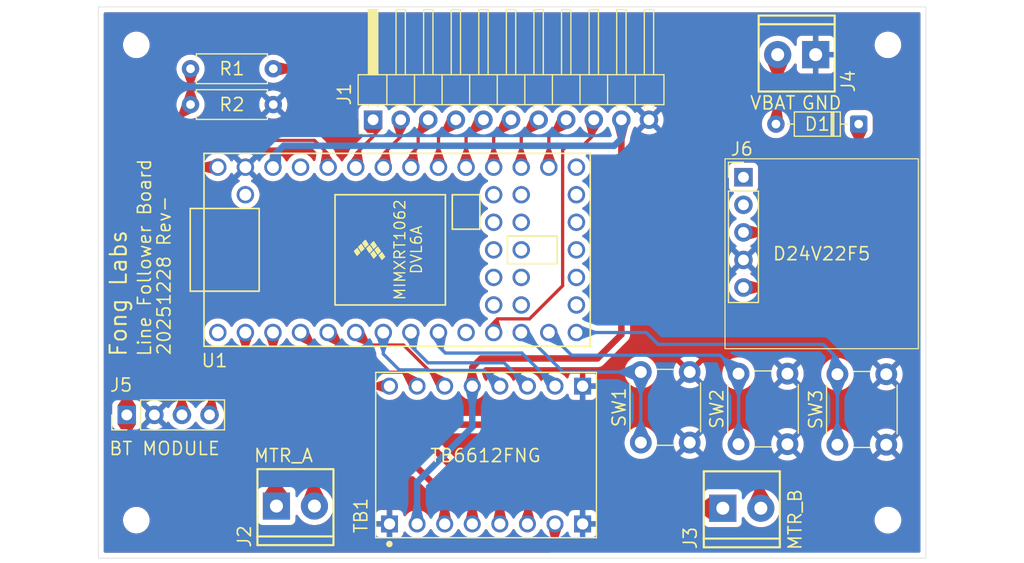
<source format=kicad_pcb>
(kicad_pcb
	(version 20241229)
	(generator "pcbnew")
	(generator_version "9.0")
	(general
		(thickness 1.6)
		(legacy_teardrops no)
	)
	(paper "A4")
	(layers
		(0 "F.Cu" signal)
		(2 "B.Cu" signal)
		(9 "F.Adhes" user "F.Adhesive")
		(11 "B.Adhes" user "B.Adhesive")
		(13 "F.Paste" user)
		(15 "B.Paste" user)
		(5 "F.SilkS" user "F.Silkscreen")
		(7 "B.SilkS" user "B.Silkscreen")
		(1 "F.Mask" user)
		(3 "B.Mask" user)
		(17 "Dwgs.User" user "User.Drawings")
		(19 "Cmts.User" user "User.Comments")
		(21 "Eco1.User" user "User.Eco1")
		(23 "Eco2.User" user "User.Eco2")
		(25 "Edge.Cuts" user)
		(27 "Margin" user)
		(31 "F.CrtYd" user "F.Courtyard")
		(29 "B.CrtYd" user "B.Courtyard")
		(35 "F.Fab" user)
		(33 "B.Fab" user)
		(39 "User.1" user)
		(41 "User.2" user)
		(43 "User.3" user)
		(45 "User.4" user)
	)
	(setup
		(stackup
			(layer "F.SilkS"
				(type "Top Silk Screen")
			)
			(layer "F.Paste"
				(type "Top Solder Paste")
			)
			(layer "F.Mask"
				(type "Top Solder Mask")
				(thickness 0.01)
			)
			(layer "F.Cu"
				(type "copper")
				(thickness 0.035)
			)
			(layer "dielectric 1"
				(type "core")
				(thickness 1.51)
				(material "FR4")
				(epsilon_r 4.5)
				(loss_tangent 0.02)
			)
			(layer "B.Cu"
				(type "copper")
				(thickness 0.035)
			)
			(layer "B.Mask"
				(type "Bottom Solder Mask")
				(thickness 0.01)
			)
			(layer "B.Paste"
				(type "Bottom Solder Paste")
			)
			(layer "B.SilkS"
				(type "Bottom Silk Screen")
			)
			(copper_finish "None")
			(dielectric_constraints no)
		)
		(pad_to_mask_clearance 0.0508)
		(allow_soldermask_bridges_in_footprints no)
		(tenting front back)
		(pcbplotparams
			(layerselection 0x00000000_00000000_55555555_5755f5ff)
			(plot_on_all_layers_selection 0x00000000_00000000_00000000_00000000)
			(disableapertmacros no)
			(usegerberextensions no)
			(usegerberattributes yes)
			(usegerberadvancedattributes yes)
			(creategerberjobfile yes)
			(dashed_line_dash_ratio 12.000000)
			(dashed_line_gap_ratio 3.000000)
			(svgprecision 4)
			(plotframeref no)
			(mode 1)
			(useauxorigin no)
			(hpglpennumber 1)
			(hpglpenspeed 20)
			(hpglpendiameter 15.000000)
			(pdf_front_fp_property_popups yes)
			(pdf_back_fp_property_popups yes)
			(pdf_metadata yes)
			(pdf_single_document no)
			(dxfpolygonmode yes)
			(dxfimperialunits yes)
			(dxfusepcbnewfont yes)
			(psnegative no)
			(psa4output no)
			(plot_black_and_white yes)
			(sketchpadsonfab no)
			(plotpadnumbers no)
			(hidednponfab no)
			(sketchdnponfab yes)
			(crossoutdnponfab yes)
			(subtractmaskfromsilk no)
			(outputformat 1)
			(mirror no)
			(drillshape 1)
			(scaleselection 1)
			(outputdirectory "")
		)
	)
	(net 0 "")
	(net 1 "+BATT")
	(net 2 "Net-(D1-A)")
	(net 3 "/SEN8")
	(net 4 "GND")
	(net 5 "/SEN_CTRL")
	(net 6 "/SEN2")
	(net 7 "/SEN5")
	(net 8 "+3.3V")
	(net 9 "/SEN4")
	(net 10 "/SEN1")
	(net 11 "/SEN7")
	(net 12 "/SEN3")
	(net 13 "/SEN6")
	(net 14 "Net-(J2-Pin_1)")
	(net 15 "Net-(J2-Pin_2)")
	(net 16 "Net-(J3-Pin_1)")
	(net 17 "Net-(J3-Pin_2)")
	(net 18 "/BT_TX")
	(net 19 "/BT_RX")
	(net 20 "+5V")
	(net 21 "unconnected-(J6-Pin_1-Pad1)")
	(net 22 "unconnected-(J6-Pin_2-Pad2)")
	(net 23 "Net-(U1-22_A8_CTX1)")
	(net 24 "/BUT1")
	(net 25 "/BUT2")
	(net 26 "/BUT3")
	(net 27 "/PWMB")
	(net 28 "/PWMA")
	(net 29 "/BIN2")
	(net 30 "/BIN1")
	(net 31 "/AIN2")
	(net 32 "/AIN1")
	(net 33 "unconnected-(U1-GND-Pad1)")
	(net 34 "unconnected-(U1-PROGRAM-Pad18)")
	(net 35 "unconnected-(U1-ON_OFF-Pad19)")
	(net 36 "unconnected-(U1-VUSB-Pad34)")
	(net 37 "unconnected-(U1-3V3-Pad16)")
	(net 38 "unconnected-(U1-8_TX2_IN1-Pad10)")
	(net 39 "unconnected-(U1-31_CTX3-Pad42)")
	(net 40 "unconnected-(U1-28_RX7-Pad39)")
	(net 41 "unconnected-(U1-30_CRX3-Pad41)")
	(net 42 "unconnected-(U1-29_TX7-Pad40)")
	(net 43 "unconnected-(U1-24_A10_TX6_SCL2-Pad35)")
	(net 44 "unconnected-(U1-23_A9_CRX1_MCLK1-Pad30)")
	(net 45 "unconnected-(U1-GND-Pad17)")
	(net 46 "unconnected-(U1-VBAT-Pad15)")
	(net 47 "unconnected-(U1-25_A11_RX6_SDA2-Pad36)")
	(net 48 "unconnected-(U1-13_SCK_CRX1_LED-Pad20)")
	(net 49 "unconnected-(U1-26_A12_MOSI1-Pad37)")
	(net 50 "unconnected-(U1-27_A13_SCK1-Pad38)")
	(net 51 "unconnected-(U1-33_MCLK2-Pad44)")
	(net 52 "unconnected-(U1-32_OUT1B-Pad43)")
	(footprint "Button_Switch_THT:SW_PUSH_6mm_H4.3mm" (layer "F.Cu") (at 180.95 111.15 90))
	(footprint "PCM_SparkFun-Connector:ScrewTerminal_1x02_P3.5mm_Horizontal_Black" (layer "F.Cu") (at 178.95 75.2 180))
	(footprint "MountingHole:MountingHole_2.2mm_M2_DIN965" (layer "F.Cu") (at 116.4 118.1))
	(footprint "teensy.pretty-master:Teensy40" (layer "F.Cu") (at 140.41 93.19))
	(footprint "Resistor_THT:R_Axial_DIN0207_L6.3mm_D2.5mm_P7.62mm_Horizontal" (layer "F.Cu") (at 121.39 79.8))
	(footprint "Connector_PinHeader_2.54mm:PinHeader_1x05_P2.54mm_Vertical" (layer "F.Cu") (at 172.3 86.5))
	(footprint "Connector_PinHeader_2.54mm:PinHeader_1x04_P2.54mm_Vertical" (layer "F.Cu") (at 115.52 108.4 90))
	(footprint "Diode_THT:D_DO-35_SOD27_P7.62mm_Horizontal" (layer "F.Cu") (at 182.91 81.6 180))
	(footprint "MountingHole:MountingHole_2.2mm_M2_DIN965" (layer "F.Cu") (at 116.4 74.3))
	(footprint "MountingHole:MountingHole_2.2mm_M2_DIN965" (layer "F.Cu") (at 185.6 74.3))
	(footprint "MountingHole:MountingHole_2.2mm_M2_DIN965" (layer "F.Cu") (at 185.6 118.1))
	(footprint "Button_Switch_THT:SW_PUSH_6mm_H4.3mm" (layer "F.Cu") (at 171.85 111.1 90))
	(footprint "POLOLU-713:SHIELD_POLOLU-713" (layer "F.Cu") (at 148.6 112.0975 90))
	(footprint "PCM_SparkFun-Connector:ScrewTerminal_1x02_P3.5mm_Horizontal_Black" (layer "F.Cu") (at 170.4 117))
	(footprint "Button_Switch_THT:SW_PUSH_6mm_H4.3mm" (layer "F.Cu") (at 162.85 110.95 90))
	(footprint "Connector_PinHeader_2.54mm:PinHeader_1x11_P2.54mm_Horizontal" (layer "F.Cu") (at 138.2 81.2 90))
	(footprint "PCM_SparkFun-Connector:ScrewTerminal_1x02_P3.5mm_Horizontal_Black" (layer "F.Cu") (at 129.3 116.8))
	(footprint "Resistor_THT:R_Axial_DIN0207_L6.3mm_D2.5mm_P7.62mm_Horizontal" (layer "F.Cu") (at 129.01 76.5 180))
	(gr_rect
		(start 170.6 84.8)
		(end 188.4 102.3)
		(stroke
			(width 0.1)
			(type default)
		)
		(fill no)
		(layer "F.SilkS")
		(uuid "bebee192-03a8-4ff6-b778-61332281b24e")
	)
	(gr_rect
		(start 112.9 70.8)
		(end 189.1 121.6)
		(stroke
			(width 0.05)
			(type solid)
		)
		(fill no)
		(layer "Edge.Cuts")
		(uuid "f830f16b-0a68-4762-90cc-19da760da4bf")
	)
	(gr_rect
		(start 170.6 84.8)
		(end 188.4 102.3)
		(stroke
			(width 0.1)
			(type default)
		)
		(fill no)
		(layer "User.1")
		(uuid "266aa48c-c57c-4d7c-b94a-1019423a125b")
	)
	(gr_text "20251228 Rev-"
		(at 118.95 95.55 90)
		(layer "F.SilkS")
		(uuid "0556dad1-119f-48e0-8e83-bf94a1ea7538")
		(effects
			(font
				(size 1.2 1.2)
				(thickness 0.15)
			)
		)
	)
	(gr_text "Line Follower Board"
		(at 117.15 93.9 90)
		(layer "F.SilkS")
		(uuid "2544f1e7-e375-4af5-a664-a635b3b68015")
		(effects
			(font
				(size 1.2 1.2)
				(thickness 0.15)
			)
		)
	)
	(gr_text "GND"
		(at 179.5 79.65 0)
		(layer "F.SilkS")
		(uuid "327a48b7-6f99-4c1e-b2b0-ea94d66c8ec8")
		(effects
			(font
				(size 1.2 1.2)
				(thickness 0.15)
			)
		)
	)
	(gr_text "TB6612FNG"
		(at 148.55 112.15 0)
		(layer "F.SilkS")
		(uuid "4265275f-9408-414a-83c5-7e52aa4d67ef")
		(effects
			(font
				(size 1.2 1.2)
				(thickness 0.15)
			)
		)
	)
	(gr_text "J4"
		(at 181.95 77.65 90)
		(layer "F.SilkS")
		(uuid "4ebb0f31-f545-41f6-aceb-84ded54ab7ed")
		(effects
			(font
				(size 1.2 1.2)
				(thickness 0.15)
			)
		)
	)
	(gr_text "J3"
		(at 167.4 119.75 90)
		(layer "F.SilkS")
		(uuid "6fdd5ec5-b6fd-408e-ab21-2b372ad2f0d8")
		(effects
			(font
				(size 1.2 1.2)
				(thickness 0.15)
			)
		)
	)
	(gr_text "VBAT"
		(at 175 79.65 0)
		(layer "F.SilkS")
		(uuid "72d10ecd-a85b-4b23-85f9-e662d3a9a08c")
		(effects
			(font
				(size 1.2 1.2)
				(thickness 0.15)
			)
		)
	)
	(gr_text "Fong Labs"
		(at 114.75 97.2 90)
		(layer "F.SilkS")
		(uuid "8c6f1403-4bce-4874-ae64-a29357c270b5")
		(effects
			(font
				(size 1.5 1.5)
				(thickness 0.1875)
			)
		)
	)
	(gr_text "D24V22F5"
		(at 179.5 93.55 0)
		(layer "F.SilkS")
		(uuid "8e93a88e-6a0d-43d2-b563-ff59a3756d41")
		(effects
			(font
				(size 1.2 1.2)
				(thickness 0.15)
			)
		)
	)
	(gr_text "BT MODULE"
		(at 119 111.5 0)
		(layer "F.SilkS")
		(uuid "de4c94d3-6aa7-430e-a603-6dfbe785a319")
		(effects
			(font
				(size 1.2 1.2)
				(thickness 0.15)
			)
		)
	)
	(gr_text "J2"
		(at 126.35 119.6 90)
		(layer "F.SilkS")
		(uuid "f1091fed-2494-4471-9f75-dab15a2bf235")
		(effects
			(font
				(size 1.2 1.2)
				(thickness 0.15)
			)
		)
	)
	(gr_text "MTR_B"
		(at 177.05 118.05 90)
		(layer "F.SilkS")
		(uuid "f24e0e2a-2a36-47bc-aa67-03db6923d621")
		(effects
			(font
				(size 1.2 1.2)
				(thickness 0.15)
			)
		)
	)
	(gr_text "MTR_A"
		(at 129.95 112.15 0)
		(layer "F.SilkS")
		(uuid "ff92e568-182c-4f46-814b-3fdeb8bfaa19")
		(effects
			(font
				(size 1.2 1.2)
				(thickness 0.15)
			)
		)
	)
	(segment
		(start 175.15 84.9)
		(end 182.91 84.9)
		(width 0.6)
		(layer "F.Cu")
		(net 1)
		(uuid "047d3969-e539-473d-a73f-f4cc7de5d94d")
	)
	(segment
		(start 154.95 120.2)
		(end 155.45 120.7)
		(width 0.6)
		(layer "F.Cu")
		(net 1)
		(uuid "0b640085-c793-43fb-9cb5-2fd46c0c7bec")
	)
	(segment
		(start 186.45 113.95)
		(end 187.65 112.75)
		(width 0.6)
		(layer "F.Cu")
		(net 1)
		(uuid "136b5a2d-c186-48de-a400-ff51d3c7d0f2")
	)
	(segment
		(start 187.65 101.717214)
		(end 177.512786 91.58)
		(width 0.6)
		(layer "F.Cu")
		(net 1)
		(uuid "2b879ce4-4749-49c6-8a20-ca3ad9782463")
	)
	(segment
		(start 154.95 118.4475)
		(end 154.95 120.2)
		(width 0.6)
		(layer "F.Cu")
		(net 1)
		(uuid "3e778584-0b82-44b6-b1a2-7cd062572cf2")
	)
	(segment
		(start 187.65 112.75)
		(end 187.65 101.717214)
		(width 0.6)
		(layer "F.Cu")
		(net 1)
		(uuid "5c23134e-ce41-411b-8a2f-0c3a15a6e493")
	)
	(segment
		(start 182.91 84.9)
		(end 182.91 86.19)
		(width 0.6)
		(layer "F.Cu")
		(net 1)
		(uuid "71794ba0-37ab-46a3-bc05-6300ce83023b")
	)
	(segment
		(start 155.45 120.7)
		(end 177.65 120.7)
		(width 0.6)
		(layer "F.Cu")
		(net 1)
		(uuid "757283c2-7575-4687-b96e-a9dba57149b9")
	)
	(segment
		(start 177.65 120.7)
		(end 184.4 113.95)
		(width 0.6)
		(layer "F.Cu")
		(net 1)
		(uuid "7f1a19a2-1eba-401a-b12a-b0891a9c29b2")
	)
	(segment
		(start 182.91 86.19)
		(end 177.52 91.58)
		(width 0.6)
		(layer "F.Cu")
		(net 1)
		(uuid "8bcfffb0-e4d0-42eb-ac2a-a8c766a50976")
	)
	(segment
		(start 184.4 113.95)
		(end 186.45 113.95)
		(width 0.6)
		(layer "F.Cu")
		(net 1)
		(uuid "a44b1f60-6d0f-4cd4-8981-be5adac320a4")
	)
	(segment
		(start 166.75 76.5)
		(end 175.15 84.9)
		(width 0.6)
		(layer "F.Cu")
		(net 1)
		(uuid "a9a09647-d5f1-42b3-80a8-9f17919c78ce")
	)
	(segment
		(start 182.91 81.6)
		(end 182.91 84.9)
		(width 0.6)
		(layer "F.Cu")
		(net 1)
		(uuid "ad0dc147-2b1b-4aa4-8f7f-ab08094e845d")
	)
	(segment
		(start 129.01 76.5)
		(end 166.75 76.5)
		(width 0.6)
		(layer "F.Cu")
		(net 1)
		(uuid "d10f8cf5-f304-4d2c-9286-e23c04fec072")
	)
	(segment
		(start 177.512786 91.58)
		(end 172.3 91.58)
		(width 0.6)
		(layer "F.Cu")
		(net 1)
		(uuid "d37a75a1-034e-4aec-996e-5a7f455f8303")
	)
	(segment
		(start 175.45 75.2)
		(end 175.45 81.44)
		(width 0.6)
		(layer "F.Cu")
		(net 2)
		(uuid "7b7dea26-fb5a-4123-899e-722f5784bdd6")
	)
	(segment
		(start 175.45 81.44)
		(end 175.29 81.6)
		(width 0.6)
		(layer "F.Cu")
		(net 2)
		(uuid "ca76ed0d-662b-4e02-949a-3b3e48d87a7c")
	)
	(segment
		(start 136.6 84.35)
		(end 138.2 82.75)
		(width 0.3)
		(layer "F.Cu")
		(net 3)
		(uuid "34d604b7-78b1-4e7f-bac6-c57d8500576f")
	)
	(segment
		(start 138.2 82.75)
		(end 138.2 81.2)
		(width 0.3)
		(layer "F.Cu")
		(net 3)
		(uuid "92b3f068-0397-49eb-8156-069353233486")
	)
	(segment
		(start 136.6 85.57)
		(end 136.6 84.35)
		(width 0.3)
		(layer "F.Cu")
		(net 3)
		(uuid "cc63d054-b739-4d13-9b10-48dfa639c1fe")
	)
	(segment
		(start 156.05 83.6)
		(end 155.65 84)
		(width 0.3)
		(layer "F.Cu")
		(net 5)
		(uuid "08127590-7edf-48d7-b677-765dd1518f1d")
	)
	(segment
		(start 149.65 99.55)
		(end 149.3 99.9)
		(width 0.3)
		(layer "F.Cu")
		(net 5)
		(uuid "64caec2f-535a-4ef4-9c36-dbed15bae9c7")
	)
	(segment
		(start 157.5 83.6)
		(end 156.05 83.6)
		(width 0.3)
		(layer "F.Cu")
		(net 5)
		(uuid "863537ad-fa87-4a19-aeaa-5f3bc8849e31")
	)
	(segment
		(start 155.65 96.5)
		(end 152.6 99.55)
		(width 0.3)
		(layer "F.Cu")
		(net 5)
		(uuid "97e8734d-171a-4d44-bf75-aec10a01877b")
	)
	(segment
		(start 158.52 81.2)
		(end 158.52 82.58)
		(width 0.3)
		(layer "F.Cu")
		(net 5)
		(uuid "b88039f0-197b-47f8-98ee-813a611f4bc4")
	)
	(segment
		(start 149.3 99.9)
		(end 149.3 100.81)
		(width 0.3)
		(layer "F.Cu")
		(net 5)
		(uuid "c944c45b-8c0a-4cfe-b602-a6db0d8a069c")
	)
	(segment
		(start 155.65 84)
		(end 155.65 96.5)
		(width 0.3)
		(layer "F.Cu")
		(net 5)
		(uuid "d7bad3d9-03f6-4835-b547-fc95ec422fb1")
	)
	(segment
		(start 152.6 99.55)
		(end 149.65 99.55)
		(width 0.3)
		(layer "F.Cu")
		(net 5)
		(uuid "d9397794-de78-44b4-bd18-c22aaa6852b5")
	)
	(segment
		(start 158.52 82.58)
		(end 157.5 83.6)
		(width 0.3)
		(layer "F.Cu")
		(net 5)
		(uuid "ddc3d202-62b7-409b-bc5e-10dd3f306e37")
	)
	(segment
		(start 151.84 82.8)
		(end 153.44 81.2)
		(width 0.3)
		(layer "F.Cu")
		(net 6)
		(uuid "8c333a24-2ebf-41d6-9202-b75d8721470b")
	)
	(segment
		(start 151.84 85.57)
		(end 151.84 82.8)
		(width 0.3)
		(layer "F.Cu")
		(net 6)
		(uuid "cc2facce-6bd6-4aa9-ae54-d74a63438f92")
	)
	(segment
		(start 144.22 85.57)
		(end 144.22 82.8)
		(width 0.3)
		(layer "F.Cu")
		(net 7)
		(uuid "a84d3205-009d-40a5-9e37-991952a0be93")
	)
	(segment
		(start 144.22 82.8)
		(end 145.82 81.2)
		(width 0.3)
		(layer "F.Cu")
		(net 7)
		(uuid "f40b39b3-2c86-450c-b3d2-09e4e534a3d5")
	)
	(segment
		(start 147.33 105.7475)
		(end 147.33 104.02)
		(width 0.6)
		(layer "F.Cu")
		(net 8)
		(uuid "574c6588-0c16-4cae-8627-41d56ed91f3b")
	)
	(segment
		(start 147.33 104.02)
		(end 148.15 103.2)
		(width 0.6)
		(layer "F.Cu")
		(net 8)
		(uuid "8cbd0034-950d-4217-bf3a-d77da4db1cc9")
	)
	(segment
		(start 148.15 103.2)
		(end 158.85 103.2)
		(width 0.6)
		(layer "F.Cu")
		(net 8)
		(uuid "f2c640ed-cd40-4dc0-b691-33a64c3c4b21")
	)
	(segment
		(start 158.85 103.2)
		(end 161.06 100.99)
		(width 0.6)
		(layer "F.Cu")
		(net 8)
		(uuid "f683c3ef-2c92-486d-99a8-33f4f5496a6b")
	)
	(segment
		(start 161.06 100.99)
		(end 161.06 81.2)
		(width 0.6)
		(layer "F.Cu")
		(net 8)
		(uuid "fbbcc378-42d4-49f9-9263-4549a81b6d8e")
	)
	(segment
		(start 142.25 118.4475)
		(end 142.25 114.6)
		(width 0.6)
		(layer "B.Cu")
		(net 8)
		(uuid "0b799b9f-d73b-4e62-99b6-56c94f3f2203")
	)
	(segment
		(start 128.98 84.57)
		(end 129.95 83.6)
		(width 0.6)
		(layer "B.Cu")
		(net 8)
		(uuid "19e61839-e3f0-47ad-8fc4-79ff75e26a1c")
	)
	(segment
		(start 161.06 82.94)
		(end 161.06 81.2)
		(width 0.6)
		(layer "B.Cu")
		(net 8)
		(uuid "570129ca-d8d5-4286-92a7-ddb916b2b66d")
	)
	(segment
		(start 128.98 85.57)
		(end 128.98 84.57)
		(width 0.6)
		(layer "B.Cu")
		(net 8)
		(uuid "6fba0f75-f4ef-4258-9b16-090cc9936590")
	)
	(segment
		(start 160.4 83.6)
		(end 161.06 82.94)
		(width 0.6)
		(layer "B.Cu")
		(net 8)
		(uuid "92a47350-2e1d-4cb3-896b-befda0541737")
	)
	(segment
		(start 142.25 114.6)
		(end 147.33 109.52)
		(width 0.6)
		(layer "B.Cu")
		(net 8)
		(uuid "c46a2d8a-2b89-47ce-8905-9ad8c5e09c32")
	)
	(segment
		(start 129.95 83.6)
		(end 160.4 83.6)
		(width 0.6)
		(layer "B.Cu")
		(net 8)
		(uuid "def92003-84fb-4b22-838f-5d1c82911830")
	)
	(segment
		(start 147.33 109.52)
		(end 147.33 105.7475)
		(width 0.6)
		(layer "B.Cu")
		(net 8)
		(uuid "e4068dbb-2c21-4af9-9282-e1a6568f7ffb")
	)
	(segment
		(start 146.76 85.57)
		(end 146.76 82.8)
		(width 0.3)
		(layer "F.Cu")
		(net 9)
		(uuid "42ce590c-79f6-499b-a6dc-c9daad8d14f4")
	)
	(segment
		(start 146.76 82.8)
		(end 148.36 81.2)
		(width 0.3)
		(layer "F.Cu")
		(net 9)
		(uuid "5844a897-6313-4002-84c0-82e4691eefa9")
	)
	(segment
		(start 154.38 82.8)
		(end 155.98 81.2)
		(width 0.3)
		(layer "F.Cu")
		(net 10)
		(uuid "8cedd313-e44f-4cab-9c62-273656b603c8")
	)
	(segment
		(start 154.38 85.57)
		(end 154.38 82.8)
		(width 0.3)
		(layer "F.Cu")
		(net 10)
		(uuid "acfb2c48-fcd0-4939-be14-2e995e8008ba")
	)
	(segment
		(start 139.14 84.36)
		(end 140.74 82.76)
		(width 0.3)
		(layer "F.Cu")
		(net 11)
		(uuid "2a1742d3-925c-4621-925c-df60d8dd40fe")
	)
	(segment
		(start 140.74 82.76)
		(end 140.74 81.2)
		(width 0.3)
		(layer "F.Cu")
		(net 11)
		(uuid "577ae0c3-9001-43e1-a816-a631313df4f6")
	)
	(segment
		(start 139.14 85.57)
		(end 139.14 84.36)
		(width 0.3)
		(layer "F.Cu")
		(net 11)
		(uuid "897310cc-124f-49ee-8c15-d65eaab5cb9c")
	)
	(segment
		(start 149.3 82.8)
		(end 150.9 81.2)
		(width 0.3)
		(layer "F.Cu")
		(net 12)
		(uuid "5e840ea4-0ac8-4baa-94cf-af1fb211f7e2")
	)
	(segment
		(start 149.3 85.57)
		(end 149.3 82.8)
		(width 0.3)
		(layer "F.Cu")
		(net 12)
		(uuid "9f938f89-e703-40c0-a9c6-033c7aa8a1b5")
	)
	(segment
		(start 142.35 82.13)
		(end 143.28 81.2)
		(width 0.3)
		(layer "F.Cu")
		(net 13)
		(uuid "236d3d36-84c3-4a83-ae7b-49fc8dc67ac9")
	)
	(segment
		(start 142.35 83.7)
		(end 142.35 82.13)
		(width 0.3)
		(layer "F.Cu")
		(net 13)
		(uuid "67e1b01c-0dea-49d1-9b39-d031abe453fd")
	)
	(segment
		(start 141.68 85.57)
		(end 141.68 84.37)
		(width 0.3)
		(layer "F.Cu")
		(net 13)
		(uuid "6d6d80ed-dd21-448c-8a42-b23f74324c3c")
	)
	(segment
		(start 141.68 84.37)
		(end 142.35 83.7)
		(width 0.3)
		(layer "F.Cu")
		(net 13)
		(uuid "c3a99951-aca1-4238-bb5e-1773d9317cb6")
	)
	(segment
		(start 129.2 114.3)
		(end 132 111.5)
		(width 0.6)
		(layer "F.Cu")
		(net 14)
		(uuid "05626b9a-4723-4492-ab81-639fd780c717")
	)
	(segment
		(start 129.2 116.4)
		(end 129.2 114.3)
		(width 0.6)
		(layer "F.Cu")
		(net 14)
		(uuid "5feaa213-f2d8-4774-84ac-3181ce3c8415")
	)
	(segment
		(start 132 111.5)
		(end 143.76 111.5)
		(width 0.6)
		(layer "F.Cu")
		(net 14)
		(uuid "bb73f593-c0cd-4fbf-860a-95567d12aae6")
	)
	(segment
		(start 147.33 115.07)
		(end 147.33 118.4475)
		(width 0.6)
		(layer "F.Cu")
		(net 14)
		(uuid "c49e2858-24a4-44bd-a92e-659122bf390d")
	)
	(segment
		(start 143.76 111.5)
		(end 147.33 115.07)
		(width 0.6)
		(layer "F.Cu")
		(net 14)
		(uuid "eac9776f-a69a-4a85-98b7-30d5f4c52892")
	)
	(segment
		(start 142.25 113.25)
		(end 144.79 115.79)
		(width 0.6)
		(layer "F.Cu")
		(net 15)
		(uuid "03b1b1a0-228b-42c7-b031-40d7823b5c05")
	)
	(segment
		(start 132.7 114.4)
		(end 133.85 113.25)
		(width 0.6)
		(layer "F.Cu")
		(net 15)
		(uuid "1c5c82e2-3a61-40a8-a633-bfd7852aab36")
	)
	(segment
		(start 133.85 113.25)
		(end 142.25 113.25)
		(width 0.6)
		(layer "F.Cu")
		(net 15)
		(uuid "aaef0f59-5717-4fe7-93c4-aba6fa3e94c9")
	)
	(segment
		(start 132.7 116.4)
		(end 132.7 114.4)
		(width 0.6)
		(layer "F.Cu")
		(net 15)
		(uuid "ac28ad13-ee8e-4ee3-b5c4-931e9f0577c9")
	)
	(segment
		(start 144.79 115.79)
		(end 144.79 118.4475)
		(width 0.6)
		(layer "F.Cu")
		(net 15)
		(uuid "e52f2f0e-de7e-4b48-ad1d-c69851b5ab5e")
	)
	(segment
		(start 153.4 115.9)
		(end 166.3 115.9)
		(width 0.6)
		(layer "F.Cu")
		(net 16)
		(uuid "1ef8dd59-00a7-416d-9c71-f985add83a0c")
	)
	(segment
		(start 152.41 116.89)
		(end 152.41 118.4475)
		(width 0.6)
		(layer "F.Cu")
		(net 16)
		(uuid "87329d90-e7f1-482d-b990-1e1e9d85d11f")
	)
	(segment
		(start 167.4 117)
		(end 166.3 115.9)
		(width 0.6)
		(layer "F.Cu")
		(net 16)
		(uuid "9c81dd29-973c-46a9-b131-33295032e2de")
	)
	(segment
		(start 170.4 117)
		(end 167.4 117)
		(width 0.6)
		(layer "F.Cu")
		(net 16)
		(uuid "b0f507c3-48b8-4c2f-92a7-2c48430b874a")
	)
	(segment
		(start 153.4 115.9)
		(end 152.41 116.89)
		(width 0.6)
		(layer "F.Cu")
		(net 16)
		(uuid "d671ab54-0b67-4209-b48f-6085d62c908b")
	)
	(segment
		(start 149.87 116.43)
		(end 149.87 118.4475)
		(width 0.6)
		(layer "F.Cu")
		(net 17)
		(uuid "8b1c53a7-1ce5-489d-84ea-284790f2d1e2")
	)
	(segment
		(start 151.8 114.5)
		(end 149.87 116.43)
		(width 0.6)
		(layer "F.Cu")
		(net 17)
		(uuid "9ed5785d-9f7c-4f34-8148-19480af05ed3")
	)
	(segment
		(start 173.3 114.5)
		(end 151.8 114.5)
		(width 0.6)
		(layer "F.Cu")
		(net 17)
		(uuid "cafe4017-b8b6-445a-bc4b-4711fa0dda89")
	)
	(segment
		(start 173.9 115.1)
		(end 173.3 114.5)
		(width 0.6)
		(layer "F.Cu")
		(net 17)
		(uuid "f30812e0-19c9-4890-8a3e-0d5bef1000e2")
	)
	(segment
		(start 173.9 117)
		(end 173.9 115.1)
		(width 0.6)
		(layer "F.Cu")
		(net 17)
		(uuid "f5b678a2-f1e3-416e-a577-17a267af5413")
	)
	(segment
		(start 123.14 108.4)
		(end 123.14 107.06)
		(width 0.3)
		(layer "F.Cu")
		(net 18)
		(uuid "1afffcc7-6102-4e98-947d-a1a9cf76d989")
	)
	(segment
		(start 128.98 103.37)
		(end 128.98 100.81)
		(width 0.3)
		(layer "F.Cu")
		(net 18)
		(uuid "3fea9a30-f567-4a3e-92c7-b2a7cf378c22")
	)
	(segment
		(start 123.14 107.06)
		(end 123.9 106.3)
		(width 0.3)
		(layer "F.Cu")
		(net 18)
		(uuid "a2d8c115-852f-404e-8643-cd0876e5c827")
	)
	(segment
		(start 123.9 106.3)
		(end 126.05 106.3)
		(width 0.3)
		(layer "F.Cu")
		(net 18)
		(uuid "e414904a-7234-4bf2-ae86-eb17c7d6cf50")
	)
	(segment
		(start 126.05 106.3)
		(end 128.98 103.37)
		(width 0.3)
		(layer "F.Cu")
		(net 18)
		(uuid "f16059ac-3788-4df7-a138-fb833bdc7f65")
	)
	(segment
		(start 120.6 108.4)
		(end 120.6 106.2)
		(width 0.3)
		(layer "F.Cu")
		(net 19)
		(uuid "084bb90f-a564-4a26-8305-2cca8101e89e")
	)
	(segment
		(start 120.6 106.2)
		(end 122 104.8)
		(width 0.3)
		(layer "F.Cu")
		(net 19)
		(uuid "5259ca91-5bb1-4d53-8b40-80c08029a6b0")
	)
	(segment
		(start 122 104.8)
		(end 124.4 104.8)
		(width 0.3)
		(layer "F.Cu")
		(net 19)
		(uuid "926bca38-814a-4c06-bc87-9dd7ed5fae7f")
	)
	(segment
		(start 124.4 104.8)
		(end 126.44 102.76)
		(width 0.3)
		(layer "F.Cu")
		(net 19)
		(uuid "a744713f-d2ef-44ca-bcbe-47ac8d637e79")
	)
	(segment
		(start 126.44 102.76)
		(end 126.44 100.81)
		(width 0.3)
		(layer "F.Cu")
		(net 19)
		(uuid "ed58b27d-b22b-4cb0-8904-67eaf0ba07f7")
	)
	(segment
		(start 183.45 103.2)
		(end 176.91 96.66)
		(width 0.6)
		(layer "F.Cu")
		(net 20)
		(uuid "07228a20-ea68-42a6-88f7-3b8087794021")
	)
	(segment
		(start 115.52 108.4)
		(end 115.52 89.93)
		(width 0.6)
		(layer "F.Cu")
		(net 20)
		(uuid "10c317a8-cdf1-40bd-a8f1-16338895258d")
	)
	(segment
		(start 117.15 113.15)
		(end 124.5 113.15)
		(width 0.6)
		(layer "F.Cu")
		(net 20)
		(uuid "24e5d540-9a75-462c-854e-a29e2e634b17")
	)
	(segment
		(start 115.52 111.52)
		(end 117.15 113.15)
		(width 0.6)
		(layer "F.Cu")
		(net 20)
		(uuid "3128e3db-eb17-4ea0-b5be-c4796da34e61")
	)
	(segment
		(start 128.35 109.3)
		(end 158.25 109.3)
		(width 0.6)
		(layer "F.Cu")
		(net 20)
		(uuid "3ddfb8e6-9392-41ec-980c-37de2abf91dc")
	)
	(segment
		(start 176.91 96.66)
		(end 172.3 96.66)
		(width 0.6)
		(layer "F.Cu")
		(net 20)
		(uuid "6ef9422b-90f6-4ff9-a150-2629733dabb7")
	)
	(segment
		(start 161.9 112.95)
		(end 182.05 112.95)
		(width 0.6)
		(layer "F.Cu")
		(net 20)
		(uuid "721729d7-9433-44de-8955-fc352063166f")
	)
	(segment
		(start 119.88 85.57)
		(end 123.9 85.57)
		(width 0.6)
		(layer "F.Cu")
		(net 20)
		(uuid "8809b818-235a-4f8a-96e2-2f1490dc6ff5")
	)
	(segment
		(start 115.52 108.4)
		(end 115.52 111.52)
		(width 0.6)
		(layer "F.Cu")
		(net 20)
		(uuid "8b774f62-dd72-4483-af79-a5b260fd0e4a")
	)
	(segment
		(start 182.05 112.95)
		(end 183.45 111.55)
		(width 0.6)
		(layer "F.Cu")
		(net 20)
		(uuid "9f5a1290-67c3-4d33-b55e-9fdb5928ef0a")
	)
	(segment
		(start 183.45 111.55)
		(end 183.45 103.2)
		(width 0.6)
		(layer "F.Cu")
		(net 20)
		(uuid "ba4b8935-c49c-4ff0-adea-46013da88679")
	)
	(segment
		(start 124.5 113.15)
		(end 128.35 109.3)
		(width 0.6)
		(layer "F.Cu")
		(net 20)
		(uuid "d37062a9-a900-4673-8e38-b04d88e1b768")
	)
	(segment
		(start 115.52 89.93)
		(end 119.88 85.57)
		(width 0.6)
		(layer "F.Cu")
		(net 20)
		(uuid "d37aa1bc-7512-4cf0-a5b3-f65a20641305")
	)
	(segment
		(start 158.25 109.3)
		(end 161.9 112.95)
		(width 0.6)
		(layer "F.Cu")
		(net 20)
		(uuid "e81394cd-e828-4f13-adce-15be33de38e7")
	)
	(segment
		(start 121.39 76.5)
		(end 121.39 79.8)
		(width 0.3)
		(layer "F.Cu")
		(net 23)
		(uuid "08f88684-abea-4433-8f7e-9f9d4c720215")
	)
	(segment
		(start 134.06 84.36)
		(end 134.06 85.57)
		(width 0.3)
		(layer "F.Cu")
		(net 23)
		(uuid "29806ed3-18ba-4401-beec-1a0c99373b44")
	)
	(segment
		(start 120.25 82.05)
		(end 121.3 83.1)
		(width 0.3)
		(layer "F.Cu")
		(net 23)
		(uuid "55ecaae4-1437-459a-a17b-33493d3c1380")
	)
	(segment
		(start 120.25 80.94)
		(end 120.25 82.05)
		(width 0.3)
		(layer "F.Cu")
		(net 23)
		(uuid "664bde50-da20-412b-9732-2c1d7db27468")
	)
	(segment
		(start 121.39 79.8)
		(end 120.25 80.94)
		(width 0.3)
		(layer "F.Cu")
		(net 23)
		(uuid "7396babf-1043-4f01-8414-1f34ae831fce")
	)
	(segment
		(start 121.3 83.1)
		(end 132.8 83.1)
		(width 0.3)
		(layer "F.Cu")
		(net 23)
		(uuid "9eea40cd-9c9d-4c6c-8a71-390a5a94f3a8")
	)
	(segment
		(start 132.8 83.1)
		(end 134.06 84.36)
		(width 0.3)
		(layer "F.Cu")
		(net 23)
		(uuid "f71956be-2937-4d88-ad69-b7fe7b68e031")
	)
	(segment
		(start 162.85 104.45)
		(end 162.85 110.95)
		(width 0.3)
		(layer "B.Cu")
		(net 24)
		(uuid "73c54f22-95bb-41dd-a53f-cae3677c3f67")
	)
	(segment
		(start 151.84 100.81)
		(end 152.06 100.81)
		(width 0.3)
		(layer "B.Cu")
		(net 24)
		(uuid "e51f9692-a3c5-4cc0-90ba-9bbcacb48034")
	)
	(segment
		(start 152.06 100.81)
		(end 155.7 104.45)
		(width 0.3)
		(layer "B.Cu")
		(net 24)
		(uuid "e82ae2ae-ed39-4459-b6ca-1a0a650de718")
	)
	(segment
		(start 155.7 104.45)
		(end 162.85 104.45)
		(width 0.3)
		(layer "B.Cu")
		(net 24)
		(uuid "f7b90da7-f022-4b22-b6c7-c2a014a8a00a")
	)
	(segment
		(start 156.47 102.9)
		(end 170.15 102.9)
		(width 0.3)
		(layer "B.Cu")
		(net 25)
		(uuid "0f50cba2-17c1-4694-9d7f-c73d004a455a")
	)
	(segment
		(start 170.15 102.9)
		(end 171.85 104.6)
		(width 0.3)
		(layer "B.Cu")
		(net 25)
		(uuid "a557dc8a-b510-45a8-a24f-0120f09802be")
	)
	(segment
		(start 154.38 100.81)
		(end 156.47 102.9)
		(width 0.3)
		(layer "B.Cu")
		(net 25)
		(uuid "de8f7ba0-dfd7-4288-8ea4-d258e0b26398")
	)
	(segment
		(start 171.85 104.6)
		(end 171.85 111.1)
		(width 0.3)
		(layer "B.Cu")
		(net 25)
		(uuid "f5d7a73f-eb83-49f3-a386-02151063ef5e")
	)
	(segment
		(start 179.65 101.9)
		(end 180.95 103.2)
		(width 0.3)
		(layer "B.Cu")
		(net 26)
		(uuid "4a7f26bd-ab8e-4ca7-bfd7-67b53ce6ab98")
	)
	(segment
		(start 156.98 100.75)
		(end 156.92 100.81)
		(width 0.3)
		(layer "B.Cu")
		(net 26)
		(uuid "57bb43d8-6a83-46af-9158-8e72febca5e3")
	)
	(segment
		(start 163.36 100.81)
		(end 164.45 101.9)
		(width 0.3)
		(layer "B.Cu")
		(net 26)
		(uuid "5c962940-7102-4297-9e95-b233ca673dbc")
	)
	(segment
		(start 180.95 103.2)
		(end 180.95 104.65)
		(width 0.3)
		(layer "B.Cu")
		(net 26)
		(uuid "7e9ae0a2-1efb-499e-8cff-6ad3fe960165")
	)
	(segment
		(start 156.92 100.81)
		(end 163.36 100.81)
		(width 0.3)
		(layer "B.Cu")
		(net 26)
		(uuid "9f637e08-f299-4332-9f96-1db152623ef8")
	)
	(segment
		(start 180.95 104.65)
		(end 180.95 111.15)
		(width 0.3)
		(layer "B.Cu")
		(net 26)
		(uuid "a5802153-718a-491e-b8d2-496a80526311")
	)
	(segment
		(start 164.45 101.9)
		(end 179.65 101.9)
		(width 0.3)
		(layer "B.Cu")
		(net 26)
		(uuid "d7e89316-6f7b-4553-bb50-12654cb73427")
	)
	(segment
		(start 151.9 102.7)
		(end 154.9475 105.7475)
		(width 0.3)
		(layer "B.Cu")
		(net 27)
		(uuid "235770c0-386c-427a-944b-4ff2edea5ae5")
	)
	(segment
		(start 144.85 102.7)
		(end 151.9 102.7)
		(width 0.3)
		(layer "B.Cu")
		(net 27)
		(uuid "4a4e8c12-b7fb-42ab-b735-ce59cb60c998")
	)
	(segment
		(start 144.22 100.81)
		(end 144.22 102.07)
		(width 0.3)
		(layer "B.Cu")
		(net 27)
		(uuid "8ee198ba-16fd-4156-bc22-9516d215aec4")
	)
	(segment
		(start 144.22 102.07)
		(end 144.85 102.7)
		(width 0.3)
		(layer "B.Cu")
		(net 27)
		(uuid "9e992754-ede7-4cc9-abc3-e7b9893e1b76")
	)
	(segment
		(start 154.9475 105.7475)
		(end 154.95 105.7475)
		(width 0.3)
		(layer "B.Cu")
		(net 27)
		(uuid "f3641c59-ac83-400d-bcec-d4f594d16a3e")
	)
	(segment
		(start 136.4575 105.7475)
		(end 139.71 105.7475)
		(width 0.3)
		(layer "F.Cu")
		(net 28)
		(uuid "4fddf8a9-843d-44f4-8ab5-858a8bccdad0")
	)
	(segment
		(start 131.52 100.81)
		(end 136.4575 105.7475)
		(width 0.3)
		(layer "F.Cu")
		(net 28)
		(uuid "592191d4-1824-4623-877a-2f56047d517f")
	)
	(segment
		(start 141.68 102.03)
		(end 143.25 103.6)
		(width 0.3)
		(layer "B.Cu")
		(net 29)
		(uuid "6b520a57-7f4e-4ed9-b797-a05184d1ba07")
	)
	(segment
		(start 150.2625 103.6)
		(end 152.41 105.7475)
		(width 0.3)
		(layer "B.Cu")
		(net 29)
		(uuid "74c42098-3891-429e-8ff3-baa242ab1010")
	)
	(segment
		(start 143.25 103.6)
		(end 150.2625 103.6)
		(width 0.3)
		(layer "B.Cu")
		(net 29)
		(uuid "87d7a12e-454a-400d-81cc-f534746e7aa0")
	)
	(segment
		(start 141.68 100.81)
		(end 141.68 102.03)
		(width 0.3)
		(layer "B.Cu")
		(net 29)
		(uuid "9d9dbe1a-7834-4dd5-b763-1d655712964a")
	)
	(segment
		(start 139.14 102.79)
		(end 140.6 104.25)
		(width 0.3)
		(layer "B.Cu")
		(net 30)
		(uuid "541dbe0c-f2cd-42fe-b31a-c05f2ac77c10")
	)
	(segment
		(start 143.19148 104.25)
		(end 143.24248 104.301)
		(width 0.3)
		(layer "B.Cu")
		(net 30)
		(uuid "6699c716-7fc8-46bf-9c79-33b7fe1b9d83")
	)
	(segment
		(start 140.6 104.25)
		(end 143.19148 104.25)
		(width 0.3)
		(layer "B.Cu")
		(net 30)
		(uuid "6cd2c7af-a59d-4da8-bcf5-89dde335bff7")
	)
	(segment
		(start 148.4235 104.301)
		(end 149.87 105.7475)
		(width 0.3)
		(layer "B.Cu")
		(net 30)
		(uuid "98a0dcbe-f9c0-4b46-9e69-692e8eec7df4")
	)
	(segment
		(start 143.24248 104.301)
		(end 148.4235 104.301)
		(width 0.3)
		(layer "B.Cu")
		(net 30)
		(uuid "b0790f56-7b75-4a72-b621-d983305f8cbd")
	)
	(segment
		(start 139.14 100.81)
		(end 139.14 102.79)
		(width 0.3)
		(layer "B.Cu")
		(net 30)
		(uuid "b4fbc2ea-e348-4365-9c4b-81c817c286a5")
	)
	(segment
		(start 134.06 100.81)
		(end 137.7165 104.4665)
		(width 0.3)
		(layer "F.Cu")
		(net 31)
		(uuid "4c12e5e8-2eb8-47aa-a82d-6c176ad07c61")
	)
	(segment
		(start 137.7165 104.4665)
		(end 140.969 104.4665)
		(width 0.3)
		(layer "F.Cu")
		(net 31)
		(uuid "4d842e5d-3ea8-4d13-b124-9d69930ecb15")
	)
	(segment
		(start 140.969 104.4665)
		(end 142.25 105.7475)
		(width 0.3)
		(layer "F.Cu")
		(net 31)
		(uuid "a9619f5a-0209-4405-8591-d872301b8889")
	)
	(segment
		(start 141.0035 101.961)
		(end 144.79 105.7475)
		(width 0.3)
		(layer "F.Cu")
		(net 32)
		(uuid "65db22f1-3b19-4bbb-832d-d54ca38461db")
	)
	(segment
		(start 136.6 100.81)
		(end 137.751 101.961)
		(width 0.3)
		(layer "F.Cu")
		(net 32)
		(uuid "bb4c89f0-8c6d-46c7-badb-dbe1f4d80ac4")
	)
	(segment
		(start 137.751 101.961)
		(end 141.0035 101.961)
		(width 0.3)
		(layer "F.Cu")
		(net 32)
		(uuid "bd1ed7b5-bee1-4c05-9a4e-3d43e4beb668")
	)
	(zone
		(net 4)
		(net_name "GND")
		(layer "F.Cu")
		(uuid "03c6b868-1f2f-47f4-bbe3-432e785f7a53")
		(hatch edge 0.5)
		(connect_pads
			(clearance 0.5)
		)
		(min_thickness 0.25)
		(filled_areas_thickness no)
		(fill yes
			(thermal_gap 0.5)
			(thermal_bridge_width 0.5)
		)
		(polygon
			(pts
				(xy 112.9 70.8) (xy 189.1 70.8) (xy 189.1 121.6) (xy 112.9 121.6)
			)
		)
		(filled_polygon
			(layer "F.Cu")
			(pts
				(xy 188.542539 71.320185) (xy 188.588294 71.372989) (xy 188.5995 71.4245) (xy 188.5995 101.294311)
				(xy 188.579815 101.36135) (xy 188.527011 101.407105) (xy 188.457853 101.417049) (xy 188.394297 101.388024)
				(xy 188.36094 101.341766) (xy 188.359396 101.33804) (xy 188.35939 101.338028) (xy 188.271789 101.206925)
				(xy 188.271786 101.206921) (xy 178.736152 91.671288) (xy 178.702667 91.609965) (xy 178.707651 91.540273)
				(xy 178.736152 91.495926) (xy 183.531786 86.700292) (xy 183.531789 86.700289) (xy 183.619394 86.569179)
				(xy 183.679737 86.423497) (xy 183.7105 86.268842) (xy 183.7105 84.821158) (xy 183.7105 83.359584)
				(xy 183.723768 83.303777) (xy 184.138183 82.481505) (xy 184.138185 82.481498) (xy 184.1397 82.478493)
				(xy 184.144769 82.469426) (xy 184.144807 82.469343) (xy 184.144814 82.469334) (xy 184.199999 82.302797)
				(xy 184.2105 82.200009) (xy 184.210499 80.999992) (xy 184.199999 80.897203) (xy 184.144814 80.730666)
				(xy 184.052712 80.581344) (xy 183.928656 80.457288) (xy 183.779334 80.365186) (xy 183.612797 80.310001)
				(xy 183.612795 80.31) (xy 183.51001 80.2995) (xy 182.309998 80.2995) (xy 182.309981 80.299501) (xy 182.207203 80.31)
				(xy 182.2072 80.310001) (xy 182.040668 80.365185) (xy 182.040663 80.365187) (xy 181.891342 80.457289)
				(xy 181.767289 80.581342) (xy 181.675187 80.730663) (xy 181.675185 80.730668) (xy 181.668693 80.750261)
				(xy 181.620001 80.897203) (xy 181.620001 80.897204) (xy 181.62 80.897204) (xy 181.6095 80.999983)
				(xy 181.6095 82.200001) (xy 181.609501 82.200018) (xy 181.62 82.302796) (xy 181.620001 82.302799)
				(xy 181.675186 82.469336) (xy 181.675221 82.46941) (xy 181.680291 82.47848) (xy 181.681814 82.481503)
				(xy 181.681815 82.481504) (xy 182.096232 83.303779) (xy 182.1095 83.359586) (xy 182.1095 83.9755)
				(xy 182.089815 84.042539) (xy 182.037011 84.088294) (xy 181.9855 84.0995) (xy 175.53294 84.0995)
				(xy 175.465901 84.079815) (xy 175.445259 84.063181) (xy 167.260292 75.878213) (xy 167.260288 75.87821)
				(xy 167.129185 75.790609) (xy 167.129172 75.790602) (xy 166.983501 75.730264) (xy 166.983489 75.730261)
				(xy 166.828845 75.6995) (xy 166.828842 75.6995) (xy 130.888942 75.6995) (xy 130.860541 75.696204)
				(xy 129.78399 75.442897) (xy 129.739509 75.422513) (xy 129.69161 75.387713) (xy 129.685148 75.38442)
				(xy 129.509223 75.294781) (xy 129.314534 75.231522) (xy 129.163914 75.207666) (xy 129.112352 75.1995)
				(xy 128.907648 75.1995) (xy 128.883329 75.203351) (xy 128.705465 75.231522) (xy 128.510776 75.294781)
				(xy 128.328386 75.387715) (xy 128.162786 75.508028) (xy 128.018028 75.652786) (xy 127.897715 75.818386)
				(xy 127.804781 76.000776) (xy 127.741522 76.195465) (xy 127.7095 76.397648) (xy 127.7095 76.602351)
				(xy 127.741522 76.804534) (xy 127.804781 76.999223) (xy 127.897715 77.181613) (xy 128.018028 77.347213)
				(xy 128.162786 77.491971) (xy 128.317749 77.604556) (xy 128.32839 77.612287) (xy 128.444607 77.671503)
				(xy 128.510776 77.705218) (xy 128.510778 77.705218) (xy 128.510781 77.70522) (xy 128.615137 77.739127)
				(xy 128.705465 77.768477) (xy 128.806557 77.784488) (xy 128.907648 77.8005) (xy 128.907649 77.8005)
				(xy 129.112351 77.8005) (xy 129.112352 77.8005) (xy 129.314534 77.768477) (xy 129.509219 77.70522)
				(xy 129.69161 77.612287) (xy 129.739509 77.577485) (xy 129.783991 77.5571) (xy 130.860536 77.303796)
				(xy 130.888937 77.3005) (xy 166.36706 77.3005) (xy 166.434099 77.320185) (xy 166.454741 77.336819)
				(xy 174.639707 85.521786) (xy 174.639711 85.521789) (xy 174.770814 85.60939) (xy 174.770827 85.609397)
				(xy 174.916498 85.669735) (xy 174.916503 85.669737) (xy 175.071153 85.700499) (xy 175.071156 85.7005)
				(xy 175.071158 85.7005) (xy 175.228842 85.7005) (xy 181.96806 85.7005) (xy 182.035099 85.720185)
				(xy 182.080854 85.772989) (xy 182.090798 85.842147) (xy 182.061773 85.905703) (xy 182.055741 85.912181)
				(xy 177.224741 90.743181) (xy 177.163418 90.776666) (xy 177.13706 90.7795) (xy 174.233665 90.7795)
				(xy 174.202329 90.775475) (xy 173.113256 90.491024) (xy 173.108923 90.489048) (xy 173.10625 90.488972)
				(xy 173.085025 90.478155) (xy 173.074581 90.473394) (xy 173.073119 90.472394) (xy 173.007816 90.424949)
				(xy 172.991931 90.416855) (xy 172.985338 90.412345) (xy 172.968082 90.391233) (xy 172.948259 90.372512)
				(xy 172.946293 90.364576) (xy 172.94112 90.358247) (xy 172.938016 90.331156) (xy 172.931463 90.304692)
				(xy 172.934099 90.296954) (xy 172.933169 90.288831) (xy 172.945204 90.264363) (xy 172.953999 90.238556)
				(xy 172.960798 90.232664) (xy 172.96401 90.226136) (xy 172.978211 90.217576) (xy 172.999054 90.199515)
				(xy 173.007816 90.195051) (xy 173.099181 90.128671) (xy 173.179786 90.070109) (xy 173.179788 90.070106)
				(xy 173.179792 90.070104) (xy 173.330104 89.919792) (xy 173.330106 89.919788) (xy 173.330109 89.919786)
				(xy 173.455048 89.74782) (xy 173.455047 89.74782) (xy 173.455051 89.747816) (xy 173.551557 89.558412)
				(xy 173.617246 89.356243) (xy 173.6505 89.146287) (xy 173.6505 88.933713) (xy 173.617246 88.723757)
				(xy 173.551557 88.521588) (xy 173.455051 88.332184) (xy 173.455049 88.332181) (xy 173.455048 88.332179)
				(xy 173.330109 88.160213) (xy 173.216569 88.046673) (xy 173.183084 87.98535) (xy 173.188068 87.915658)
				(xy 173.22994 87.859725) (xy 173.260915 87.84281) (xy 173.392331 87.793796) (xy 173.507546 87.707546)
				(xy 173.593796 87.592331) (xy 173.644091 87.457483) (xy 173.6505 87.397873) (xy 173.650499 85.602128)
				(xy 173.644091 85.542517) (xy 173.593796 85.407669) (xy 173.593795 85.407668) (xy 173.593793 85.407664)
				(xy 173.507547 85.292455) (xy 173.507544 85.292452) (xy 173.392335 85.206206) (xy 173.392328 85.206202)
				(xy 173.257482 85.155908) (xy 173.257483 85.155908) (xy 173.197883 85.149501) (xy 173.197881 85.1495)
				(xy 173.197873 85.1495) (xy 173.197864 85.1495) (xy 171.402129 85.1495) (xy 171.402123 85.149501)
				(xy 171.342516 85.155908) (xy 171.207671 85.206202) (xy 171.207664 85.206206) (xy 171.092455 85.292452)
				(xy 171.092452 85.292455) (xy 171.006206 85.407664) (xy 171.006202 85.407671) (xy 170.955908 85.542517)
				(xy 170.949501 85.602116) (xy 170.949501 85.602123) (xy 170.9495 85.602135) (xy 170.9495 87.39787)
				(xy 170.949501 87.397876) (xy 170.955908 87.457483) (xy 171.006202 87.592328) (xy 171.006206 87.592335)
				(xy 171.092452 87.707544) (xy 171.092455 87.707547) (xy 171.207664 87.793793) (xy 171.207671 87.793797)
				(xy 171.339082 87.84281) (xy 171.395016 87.884681) (xy 171.419433 87.950145) (xy 171.404582 88.018418)
				(xy 171.383431 88.046673) (xy 171.269889 88.160215) (xy 171.144951 88.332179) (xy 171.048444 88.521585)
				(xy 170.982753 88.72376) (xy 170.9495 88.933713) (xy 170.9495 89.146286) (xy 170.976256 89.31522)
				(xy 170.982754 89.356243) (xy 171.045978 89.550827) (xy 171.048444 89.558414) (xy 171.144951 89.74782)
				(xy 171.26989 89.919786) (xy 171.420213 90.070109) (xy 171.592182 90.19505) (xy 171.600946 90.199516)
				(xy 171.651742 90.247491) (xy 171.668536 90.315312) (xy 171.645998 90.381447) (xy 171.600946 90.420484)
				(xy 171.592182 90.424949) (xy 171.420213 90.54989) (xy 171.26989 90.700213) (xy 171.144951 90.872179)
				(xy 171.048444 91.061585) (xy 170.982753 91.26376) (xy 170.9495 91.473713) (xy 170.9495 91.686286)
				(xy 170.976256 91.85522) (xy 170.982754 91.896243) (xy 171.041717 92.077713) (xy 171.048444 92.098414)
				(xy 171.144951 92.28782) (xy 171.26989 92.459786) (xy 171.420213 92.610109) (xy 171.592179 92.735048)
				(xy 171.592181 92.735049) (xy 171.592184 92.735051) (xy 171.601493 92.739794) (xy 171.65229 92.787766)
				(xy 171.669087 92.855587) (xy 171.646552 92.921722) (xy 171.601505 92.96076) (xy 171.592446 92.965376)
				(xy 171.59244 92.96538) (xy 171.538282 93.004727) (xy 171.538282 93.004728) (xy 172.170591 93.637037)
				(xy 172.107007 93.654075) (xy 171.992993 93.719901) (xy 171.899901 93.812993) (xy 171.834075 93.927007)
				(xy 171.817037 93.990591) (xy 171.184728 93.358282) (xy 171.184727 93.358282) (xy 171.14538 93.412439)
				(xy 171.048904 93.601782) (xy 170.983242 93.803869) (xy 170.983242 93.803872) (xy 170.95 94.013753)
				(xy 170.95 94.226246) (xy 170.983242 94.436127) (xy 170.983242 94.43613) (xy 171.048904 94.638217)
				(xy 171.145375 94.82755) (xy 171.184728 94.881716) (xy 171.817037 94.249408) (xy 171.834075 94.312993)
				(xy 171.899901 94.427007) (xy 171.992993 94.520099) (xy 172.107007 94.585925) (xy 172.17059 94.602962)
				(xy 171.538282 95.235269) (xy 171.538282 95.23527) (xy 171.592452 95.274626) (xy 171.592451 95.274626)
				(xy 171.601495 95.279234) (xy 171.652292 95.327208) (xy 171.669087 95.395029) (xy 171.64655 95.461164)
				(xy 171.601499 95.500202) (xy 171.592182 95.504949) (xy 171.420213 95.62989) (xy 171.26989 95.780213)
				(xy 171.144951 95.952179) (xy 171.048444 96.141585) (xy 170.982753 96.34376) (xy 170.9495 96.553713)
				(xy 170.9495 96.766286) (xy 170.976256 96.93522) (xy 170.982754 96.976243) (xy 171.041717 97.157713)
				(xy 171.048444 97.178414) (xy 171.144951 97.36782) (xy 171.26989 97.539786) (xy 171.420213 97.690109)
				(xy 171.592179 97.815048) (xy 171.592181 97.815049) (xy 171.592184 97.815051) (xy 171.781588 97.911557)
				(xy 171.983757 97.977246) (xy 172.193713 98.0105) (xy 172.193714 98.0105) (xy 172.406286 98.0105)
				(xy 172.406287 98.0105) (xy 172.616243 97.977246) (xy 172.818412 97.911557) (xy 173.007816 97.815051)
				(xy 173.071712 97.768626) (xy 173.113254 97.748973) (xy 174.202324 97.464524) (xy 174.23366 97.4605)
				(xy 176.52706 97.4605) (xy 176.594099 97.480185) (xy 176.614741 97.496819) (xy 182.613181 103.495259)
				(xy 182.646666 103.556582) (xy 182.6495 103.58294) (xy 182.6495 104.241895) (xy 182.629815 104.308934)
				(xy 182.577011 104.354689) (xy 182.507853 104.364633) (xy 182.444297 104.335608) (xy 182.407569 104.280214)
				(xy 182.361192 104.137482) (xy 182.340568 104.074008) (xy 182.340566 104.074005) (xy 182.340566 104.074003)
				(xy 182.279901 103.954943) (xy 182.233343 103.863567) (xy 182.094517 103.67249) (xy 181.92751 103.505483)
				(xy 181.736433 103.366657) (xy 181.525996 103.259433) (xy 181.301368 103.186446) (xy 181.068097 103.1495)
				(xy 181.068092 103.1495) (xy 180.831908 103.1495) (xy 180.831903 103.1495) (xy 180.598631 103.186446)
				(xy 180.374003 103.259433) (xy 180.163566 103.366657) (xy 180.07078 103.434071) (xy 179.97249 103.505483)
				(xy 179.972488 103.505485) (xy 179.972487 103.505485) (xy 179.855486 103.622487) (xy 179.805483 103.67249)
				(xy 179.763051 103.730893) (xy 179.666657 103.863566) (xy 179.559433 104.074003) (xy 179.486446 104.298631)
				(xy 179.4495 104.531902) (xy 179.4495 104.768097) (xy 179.486446 105.001368) (xy 179.559433 105.225996)
				(xy 179.662469 105.428213) (xy 179.666657 105.436433) (xy 179.805483 105.62751) (xy 179.97249 105.794517)
				(xy 180.163567 105.933343) (xy 180.19724 105.9505) (xy 180.374003 106.040566) (xy 180.374005 106.040566)
				(xy 180.374008 106.040568) (xy 180.454702 106.066787) (xy 180.598631 106.113553) (xy 180.831903 106.1505)
				(xy 180.831908 106.1505) (xy 181.068097 106.1505) (xy 181.301368 106.113553) (xy 181.30287 106.113065)
				(xy 181.525992 106.040568) (xy 181.736433 105.933343) (xy 181.92751 105.794517) (xy 182.094517 105.62751)
				(xy 182.233343 105.436433) (xy 182.340568 105.225992) (xy 182.407569 105.019785) (xy 182.447007 104.96211)
				(xy 182.511366 104.934912) (xy 182.580212 104.946827) (xy 182.631688 104.994071) (xy 182.6495 105.058104)
				(xy 182.6495 110.741895) (xy 182.629815 110.808934) (xy 182.577011 110.854689) (xy 182.507853 110.864633)
				(xy 182.444297 110.835608) (xy 182.407569 110.780214) (xy 182.348569 110.598632) (xy 182.340568 110.574008)
				(xy 182.340566 110.574005) (xy 182.340566 110.574003) (xy 182.284002 110.462991) (xy 182.233343 110.363567)
				(xy 182.094517 110.17249) (xy 181.92751 110.005483) (xy 181.736433 109.866657) (xy 181.525996 109.759433)
				(xy 181.301368 109.686446) (xy 181.068097 109.6495) (xy 181.068092 109.6495) (xy 180.831908 109.6495)
				(xy 180.831903 109.6495) (xy 180.598631 109.686446) (xy 180.374003 109.759433) (xy 180.163566 109.866657)
				(xy 180.080047 109.927338) (xy 179.97249 110.005483) (xy 179.972488 110.005485) (xy 179.972487 110.005485)
				(xy 179.805485 110.172487) (xy 179.805485 110.172488) (xy 179.805483 110.17249) (xy 179.763051 110.230893)
				(xy 179.666657 110.363566) (xy 179.559433 110.574003) (xy 179.486446 110.798631) (xy 179.4495 111.031902)
				(xy 179.4495 111.268097) (xy 179.486446 111.501368) (xy 179.559433 111.725996) (xy 179.666656 111.936432)
				(xy 179.678414 111.952615) (xy 179.701893 112.018422) (xy 179.686067 112.086476) (xy 179.635961 112.13517)
				(xy 179.578095 112.1495) (xy 177.684959 112.1495) (xy 177.61792 112.129815) (xy 177.572165 112.077011)
				(xy 177.562221 112.007853) (xy 177.584641 111.952614) (xy 177.632914 111.886171) (xy 177.740102 111.675802)
				(xy 177.813065 111.451247) (xy 177.85 111.218052) (xy 177.85 110.981947) (xy 177.813065 110.748752)
				(xy 177.740102 110.524197) (xy 177.632914 110.313828) (xy 177.572658 110.230894) (xy 177.572658 110.230893)
				(xy 176.873787 110.929764) (xy 176.862518 110.887708) (xy 176.79011 110.762292) (xy 176.687708 110.65989)
				(xy 176.562292 110.587482) (xy 176.520234 110.576212) (xy 177.219105 109.87734) (xy 177.219104 109.877338)
				(xy 177.136174 109.817087) (xy 176.925802 109.709897) (xy 176.701247 109.636934) (xy 176.701248 109.636934)
				(xy 176.468052 109.6) (xy 176.231948 109.6) (xy 175.998752 109.636934) (xy 175.774197 109.709897)
				(xy 175.56383 109.817084) (xy 175.480894 109.87734) (xy 176.179766 110.576212) (xy 176.137708 110.587482)
				(xy 176.012292 110.65989) (xy 175.90989 110.762292) (xy 175.837482 110.887708) (xy 175.826212 110.929766)
				(xy 175.12734 110.230894) (xy 175.067084 110.31383) (xy 174.959897 110.524197) (xy 174.886934 110.748752)
				(xy 174.85 110.981947) (xy 174.85 111.218052) (xy 174.886934 111.451247) (xy 174.959897 111.675802)
				(xy 175.067085 111.886171) (xy 175.115359 111.952614) (xy 175.138839 112.018421) (xy 175.123014 112.086475)
				(xy 175.072908 112.13517) (xy 175.015041 112.1495) (xy 173.185577 112.1495) (xy 173.118538 112.129815)
				(xy 173.072783 112.077011) (xy 173.062839 112.007853) (xy 173.085258 111.952615) (xy 173.133343 111.886433)
				(xy 173.240568 111.675992) (xy 173.313553 111.451368) (xy 173.327661 111.362292) (xy 173.3505 111.218097)
				(xy 173.3505 110.981902) (xy 173.313553 110.748631) (xy 173.264815 110.598632) (xy 173.240568 110.524008)
				(xy 173.240566 110.524005) (xy 173.240566 110.524003) (xy 173.177383 110.4) (xy 173.133343 110.313567)
				(xy 172.994517 110.12249) (xy 172.82751 109.955483) (xy 172.636433 109.816657) (xy 172.614503 109.805483)
				(xy 172.425996 109.709433) (xy 172.201368 109.636446) (xy 171.968097 109.5995) (xy 171.968092 109.5995)
				(xy 171.731908 109.5995) (xy 171.731903 109.5995) (xy 171.498631 109.636446) (xy 171.274003 109.709433)
				(xy 171.063566 109.816657) (xy 170.994748 109.866657) (xy 170.87249 109.955483) (xy 170.872488 109.955485)
				(xy 170.872487 109.955485) (xy 170.705485 110.122487) (xy 170.705485 110.122488) (xy 170.705483 110.12249)
				(xy 170.675639 110.163567) (xy 170.566657 110.313566) (xy 170.459433 110.524003) (xy 170.386446 110.748631)
				(xy 170.3495 110.981902) (xy 170.3495 111.218097) (xy 170.386446 111.451368) (xy 170.459433 111.675996)
				(xy 170.566524 111.886171) (xy 170.566657 111.886433) (xy 170.614741 111.952615) (xy 170.638221 112.01842)
				(xy 170.622396 112.086474) (xy 170.57229 112.135169) (xy 170.514423 112.1495) (xy 168.247308 112.1495)
				(xy 168.180269 112.129815) (xy 168.159627 112.113181) (xy 167.520233 111.473787) (xy 167.562292 111.462518)
				(xy 167.687708 111.39011) (xy 167.79011 111.287708) (xy 167.862518 111.162292) (xy 167.873787 111.120234)
				(xy 168.572658 111.819105) (xy 168.572658 111.819104) (xy 168.632914 111.736169) (xy 168.632918 111.736163)
				(xy 168.740102 111.525802) (xy 168.813065 111.301247) (xy 168.85 111.068052) (xy 168.85 110.831947)
				(xy 168.813065 110.598752) (xy 168.740102 110.374197) (xy 168.632914 110.163828) (xy 168.572658 110.080894)
				(xy 168.572658 110.080893) (xy 167.873787 110.779765) (xy 167.862518 110.737708) (xy 167.79011 110.612292)
				(xy 167.687708 110.50989) (xy 167.562292 110.437482) (xy 167.520234 110.426212) (xy 168.219105 109.72734)
				(xy 168.219104 109.727338) (xy 168.136174 109.667087) (xy 167.925802 109.559897) (xy 167.701247 109.486934)
				(xy 167.701248 109.486934) (xy 167.468052 109.45) (xy 167.231948 109.45) (xy 166.998752 109.486934)
				(xy 166.774197 109.559897) (xy 166.56383 109.667084) (xy 166.480894 109.72734) (xy 167.179766 110.426212)
				(xy 167.137708 110.437482) (xy 167.012292 110.50989) (xy 166.90989 110.612292) (xy 166.837482 110.737708)
				(xy 166.826212 110.779765) (xy 166.12734 110.080894) (xy 166.067084 110.16383) (xy 165.959897 110.374197)
				(xy 165.886934 110.598752) (xy 165.85 110.831947) (xy 165.85 111.068052) (xy 165.886934 111.301247)
				(xy 165.959897 111.525802) (xy 166.067087 111.736174) (xy 166.127338 111.819104) (xy 166.12734 111.819105)
				(xy 166.826212 111.120233) (xy 166.837482 111.162292) (xy 166.90989 111.287708) (xy 167.012292 111.39011)
				(xy 167.137708 111.462518) (xy 167.179766 111.473787) (xy 166.540373 112.113181) (xy 166.47905 112.146666)
				(xy 166.452692 112.1495) (xy 164.071889 112.1495) (xy 164.00485 112.129815) (xy 163.959095 112.077011)
				(xy 163.
... [324816 chars truncated]
</source>
